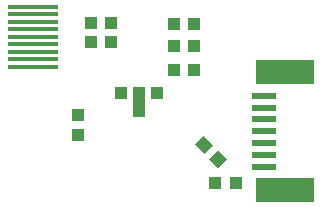
<source format=gbr>
G04 EAGLE Gerber RS-274X export*
G75*
%MOMM*%
%FSLAX34Y34*%
%LPD*%
%INSolderpaste Top*%
%IPPOS*%
%AMOC8*
5,1,8,0,0,1.08239X$1,22.5*%
G01*
%ADD10R,4.318000X0.330200*%
%ADD11R,1.050000X1.080000*%
%ADD12R,2.000000X0.600000*%
%ADD13R,5.000000X2.000000*%
%ADD14R,1.000000X1.100000*%
%ADD15R,1.100000X1.000000*%
%ADD16R,1.100000X2.500000*%
%ADD17R,1.000000X1.000000*%


D10*
X74460Y142500D03*
X74460Y136150D03*
X74460Y148850D03*
X74460Y129800D03*
X74460Y155200D03*
X74460Y161550D03*
X74460Y123450D03*
X74460Y117100D03*
X74460Y167900D03*
D11*
X140750Y138113D03*
X123250Y138113D03*
D12*
X270000Y32500D03*
X270000Y42500D03*
X270000Y52500D03*
X270000Y62500D03*
X270000Y72500D03*
D13*
X287500Y112500D03*
X287500Y12500D03*
D12*
X270000Y82500D03*
X270000Y92500D03*
D14*
X112500Y59000D03*
X112500Y76000D03*
D15*
G36*
X230657Y46414D02*
X238434Y38637D01*
X231363Y31566D01*
X223586Y39343D01*
X230657Y46414D01*
G37*
G36*
X218637Y58434D02*
X226414Y50657D01*
X219343Y43586D01*
X211566Y51363D01*
X218637Y58434D01*
G37*
D11*
X210925Y153325D03*
X193425Y153325D03*
D15*
X210825Y134500D03*
X193825Y134500D03*
X210825Y114300D03*
X193825Y114300D03*
D11*
X140750Y153988D03*
X123250Y153988D03*
X246125Y18400D03*
X228625Y18400D03*
D16*
X164225Y87000D03*
D17*
X149225Y95000D03*
X179225Y95000D03*
M02*

</source>
